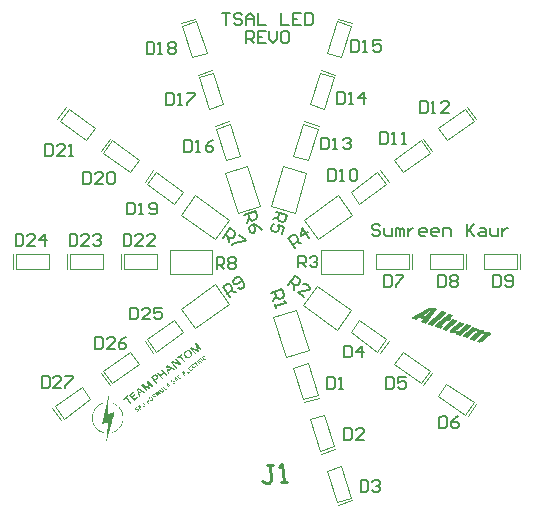
<source format=gto>
G04 Layer_Color=65535*
%FSLAX25Y25*%
%MOIN*%
G70*
G01*
G75*
%ADD26C,0.01000*%
%ADD29C,0.00394*%
%ADD30C,0.00591*%
G36*
X402784Y237554D02*
X401723Y236740D01*
X402137Y236200D01*
X403152Y236979D01*
X403419Y236632D01*
X402394Y235846D01*
X402823Y235288D01*
X403911Y236123D01*
X404171Y235784D01*
X402698Y234654D01*
X401070Y236776D01*
X402524Y237893D01*
X402784Y237554D01*
D02*
G37*
G36*
X409545Y237001D02*
X409577Y236997D01*
X409632Y236981D01*
X409695Y236957D01*
X409711Y236955D01*
X409748Y236925D01*
X409793Y236886D01*
X409844Y236838D01*
X409851Y236829D01*
X409858Y236820D01*
X409891Y236758D01*
X409929Y236671D01*
X409941Y236579D01*
X409939Y236563D01*
X409931Y236498D01*
X409911Y236410D01*
X409866Y236317D01*
X410556Y236004D01*
X410337Y235836D01*
X409697Y236159D01*
X409459Y235976D01*
X409852Y235464D01*
X409669Y235324D01*
X408750Y236522D01*
X408759Y236529D01*
X409225Y236887D01*
X409235Y236894D01*
X409271Y236922D01*
X409315Y236941D01*
X409367Y236967D01*
X409377Y236974D01*
X409411Y236986D01*
X409462Y236996D01*
X409528Y237003D01*
X409545Y237001D01*
D02*
G37*
G36*
X401110Y236270D02*
X400497Y235799D01*
X401866Y234016D01*
X401472Y233714D01*
X400104Y235497D01*
X399491Y235027D01*
X399231Y235366D01*
X400850Y236608D01*
X401110Y236270D01*
D02*
G37*
G36*
X406452Y233494D02*
X406465Y233476D01*
X406494Y233439D01*
X406517Y233370D01*
X406541Y233301D01*
X406539Y233285D01*
X406558Y233242D01*
X406566Y233175D01*
X406555Y233094D01*
X406553Y233078D01*
X406539Y233038D01*
X406515Y232976D01*
X406481Y232906D01*
X406472Y232899D01*
X406442Y232862D01*
X406394Y232811D01*
X406337Y232753D01*
X406319Y232738D01*
X406283Y232710D01*
X406221Y232678D01*
X406152Y232654D01*
X406136Y232656D01*
X406092Y232637D01*
X406025Y232629D01*
X405951Y232631D01*
X405935Y232633D01*
X405880Y232648D01*
X405815Y232657D01*
X405745Y232691D01*
X405738Y232700D01*
X405701Y232729D01*
X405650Y232777D01*
X405592Y232834D01*
X404981Y233630D01*
X405164Y233770D01*
X405754Y233002D01*
X405760Y232993D01*
X405782Y232965D01*
X405856Y232906D01*
X405863Y232897D01*
X405895Y232893D01*
X405974Y232866D01*
X405990Y232864D01*
X406015Y232869D01*
X406089Y232868D01*
X406099Y232874D01*
X406117Y232889D01*
X406160Y232907D01*
X406197Y232936D01*
X406206Y232943D01*
X406234Y232964D01*
X406281Y233015D01*
X406291Y233022D01*
X406295Y233054D01*
X406322Y233133D01*
X406324Y233149D01*
X406319Y233174D01*
X406313Y233257D01*
X406306Y233266D01*
X406301Y233292D01*
X406283Y233335D01*
X406247Y233381D01*
X405658Y234150D01*
X405841Y234290D01*
X406452Y233494D01*
D02*
G37*
G36*
X407541Y235332D02*
X406955Y234883D01*
X407229Y234527D01*
X407732Y234913D01*
X407858Y234748D01*
X407355Y234362D01*
X407748Y233850D01*
X407565Y233709D01*
X406646Y234908D01*
X407414Y235497D01*
X407541Y235332D01*
D02*
G37*
G36*
X408445Y236085D02*
X408462Y236083D01*
X408478Y236081D01*
X408557Y236054D01*
X408580Y236043D01*
X408626Y236020D01*
X408649Y236009D01*
X408694Y235970D01*
X408701Y235961D01*
X408714Y235943D01*
X408743Y235906D01*
X408778Y235860D01*
X408785Y235851D01*
X408822Y235822D01*
X408864Y235767D01*
X408913Y235703D01*
X408927Y235684D01*
X408962Y235639D01*
X409004Y235584D01*
X409044Y235513D01*
X409051Y235504D01*
X409072Y235476D01*
X409101Y235440D01*
X409122Y235412D01*
X409129Y235403D01*
X409127Y235387D01*
X409153Y235334D01*
X409157Y235309D01*
X409167Y235258D01*
X409174Y235249D01*
X409172Y235233D01*
X409168Y235143D01*
X409166Y235127D01*
X409155Y235104D01*
X409142Y235006D01*
X409133Y234999D01*
X409129Y234967D01*
X409099Y234930D01*
X409067Y234877D01*
X409058Y234870D01*
X409038Y234839D01*
X409008Y234802D01*
X408954Y234760D01*
X408944Y234753D01*
X408908Y234725D01*
X408855Y234699D01*
X408802Y234673D01*
X408793Y234666D01*
X408759Y234654D01*
X408667Y234642D01*
X408650Y234644D01*
X408618Y234648D01*
X408528Y234651D01*
X408512Y234654D01*
X408489Y234665D01*
X408417Y234683D01*
X408401Y234685D01*
X408378Y234696D01*
X408371Y234705D01*
X408348Y234716D01*
X408341Y234726D01*
X408317Y234737D01*
X408310Y234746D01*
X408280Y234766D01*
X408273Y234776D01*
X408259Y234794D01*
X408238Y234821D01*
X408194Y234860D01*
X408187Y234869D01*
X408152Y234915D01*
X408110Y234970D01*
X408053Y235043D01*
X408046Y235052D01*
X408039Y235061D01*
X408011Y235098D01*
X407969Y235153D01*
X407927Y235208D01*
X407920Y235217D01*
X407901Y235260D01*
X407880Y235288D01*
X407852Y235324D01*
X407845Y235334D01*
X407847Y235350D01*
X407821Y235402D01*
X407814Y235412D01*
X407816Y235428D01*
X407806Y235478D01*
X407799Y235488D01*
X407804Y235520D01*
X407805Y235594D01*
X407807Y235610D01*
X407811Y235642D01*
X407831Y235730D01*
X407833Y235746D01*
X407845Y235769D01*
X407867Y235816D01*
X407897Y235853D01*
X407906Y235860D01*
X407935Y235897D01*
X407965Y235934D01*
X408020Y235977D01*
X408029Y235984D01*
X408066Y236012D01*
X408109Y236031D01*
X408162Y236057D01*
X408171Y236064D01*
X408206Y236075D01*
X408249Y236094D01*
X408307Y236095D01*
X408323Y236093D01*
X408348Y236098D01*
X408445Y236085D01*
D02*
G37*
G36*
X413350Y238424D02*
X413945Y238881D01*
X414078Y238707D01*
X413310Y238117D01*
X412390Y239316D01*
X412564Y239449D01*
X413350Y238424D01*
D02*
G37*
G36*
X409092Y239561D02*
X408726Y239280D01*
X407596Y240753D01*
X408150Y238838D01*
X407811Y238578D01*
X406096Y239601D01*
X407226Y238129D01*
X406860Y237848D01*
X405232Y239970D01*
X405643Y240286D01*
X407592Y239224D01*
X407070Y241381D01*
X407464Y241683D01*
X409092Y239561D01*
D02*
G37*
G36*
X412681Y238274D02*
X412695Y238256D01*
X412723Y238219D01*
X412747Y238150D01*
X412771Y238081D01*
X412768Y238065D01*
X412787Y238021D01*
X412795Y237955D01*
X412784Y237874D01*
X412782Y237858D01*
X412769Y237818D01*
X412744Y237756D01*
X412710Y237686D01*
X412701Y237679D01*
X412672Y237642D01*
X412624Y237591D01*
X412567Y237532D01*
X412548Y237519D01*
X412512Y237490D01*
X412450Y237457D01*
X412381Y237434D01*
X412365Y237436D01*
X412321Y237417D01*
X412254Y237409D01*
X412181Y237411D01*
X412164Y237413D01*
X412109Y237428D01*
X412044Y237437D01*
X411975Y237471D01*
X411968Y237480D01*
X411931Y237509D01*
X411879Y237557D01*
X411821Y237614D01*
X411210Y238410D01*
X411393Y238550D01*
X411983Y237782D01*
X411990Y237773D01*
X412011Y237745D01*
X412085Y237686D01*
X412092Y237677D01*
X412125Y237673D01*
X412203Y237646D01*
X412220Y237644D01*
X412245Y237649D01*
X412319Y237647D01*
X412328Y237654D01*
X412346Y237668D01*
X412390Y237687D01*
X412426Y237716D01*
X412435Y237722D01*
X412463Y237743D01*
X412520Y237802D01*
X412529Y237809D01*
X412533Y237841D01*
X412551Y237913D01*
X412553Y237929D01*
X412548Y237954D01*
X412543Y238037D01*
X412536Y238047D01*
X412531Y238072D01*
X412512Y238115D01*
X412477Y238161D01*
X411887Y238930D01*
X412070Y239070D01*
X412681Y238274D01*
D02*
G37*
G36*
X411819Y236973D02*
X411636Y236833D01*
X411060Y237583D01*
X411051Y237576D01*
X411246Y236810D01*
X411091Y236691D01*
X410402Y237077D01*
X410393Y237070D01*
X410968Y236320D01*
X410785Y236180D01*
X409866Y237378D01*
X410039Y237512D01*
X410984Y237001D01*
X410725Y238038D01*
X410899Y238171D01*
X411819Y236973D01*
D02*
G37*
G36*
X406604Y237651D02*
X406174Y237321D01*
X405494Y237715D01*
X404790Y237175D01*
X404658Y237612D01*
X405088Y237942D01*
X404141Y238494D01*
X404756Y236234D01*
X404354Y235925D01*
X403631Y238742D01*
X404052Y239065D01*
X406604Y237651D01*
D02*
G37*
G36*
X403803Y232305D02*
X403787Y232307D01*
X403736Y232297D01*
X403677Y232280D01*
X403608Y232257D01*
X403592Y232259D01*
X403548Y232240D01*
X403486Y232207D01*
X403424Y232174D01*
X403415Y232167D01*
X403406Y232160D01*
X403365Y232100D01*
X403356Y232092D01*
X403354Y232076D01*
X403322Y232023D01*
X403311Y232000D01*
X403318Y231933D01*
X403326Y231924D01*
X403323Y231908D01*
X403356Y231846D01*
X403370Y231827D01*
X403407Y231798D01*
X403424Y231796D01*
X403479Y231780D01*
X403495Y231778D01*
X403553Y231779D01*
X403562Y231786D01*
X403587Y231791D01*
X403649Y231824D01*
X403659Y231831D01*
X403675Y231828D01*
X403718Y231847D01*
X403727Y231854D01*
X403746Y231869D01*
X403801Y231911D01*
X403819Y231925D01*
X403853Y231937D01*
X403915Y231969D01*
X403982Y231977D01*
X403998Y231975D01*
X404033Y231987D01*
X404090Y231988D01*
X404139Y231981D01*
X404155Y231979D01*
X404194Y231966D01*
X404241Y231943D01*
X404287Y231921D01*
X404294Y231911D01*
X404324Y231891D01*
X404362Y231861D01*
X404397Y231816D01*
X404404Y231806D01*
X404418Y231788D01*
X404437Y231745D01*
X404456Y231701D01*
X404482Y231591D01*
X404490Y231524D01*
X404481Y231459D01*
X404470Y231436D01*
X404457Y231397D01*
X404436Y231366D01*
X404404Y231313D01*
X404364Y231253D01*
X404316Y231201D01*
X404243Y231145D01*
X404234Y231138D01*
X404215Y231124D01*
X404197Y231110D01*
X404153Y231091D01*
X404064Y231037D01*
X403958Y230985D01*
X403949Y230978D01*
X403933Y230980D01*
X403866Y230973D01*
X403765Y230953D01*
X403650Y230952D01*
X403673Y231187D01*
X403689Y231185D01*
X403746Y231186D01*
X403813Y231193D01*
X403889Y231208D01*
X403907Y231222D01*
X403951Y231241D01*
X404022Y231281D01*
X404102Y231328D01*
X404111Y231335D01*
X404121Y231342D01*
X404159Y231386D01*
X404216Y231445D01*
X404248Y231498D01*
X404250Y231514D01*
X404256Y231563D01*
X404247Y231613D01*
X404214Y231675D01*
X404207Y231684D01*
X404177Y231705D01*
X404139Y231734D01*
X404091Y231741D01*
X404075Y231743D01*
X404042Y231747D01*
X403992Y231737D01*
X403932Y231721D01*
X403923Y231714D01*
X403904Y231700D01*
X403850Y231658D01*
X403840Y231650D01*
X403815Y231646D01*
X403753Y231613D01*
X403744Y231606D01*
X403700Y231587D01*
X403648Y231561D01*
X403588Y231544D01*
X403572Y231546D01*
X403530Y231543D01*
X403424Y231549D01*
X403408Y231551D01*
X403385Y231562D01*
X403329Y231578D01*
X403283Y231600D01*
X403276Y231610D01*
X403246Y231630D01*
X403208Y231660D01*
X403173Y231705D01*
X403159Y231724D01*
X403138Y231751D01*
X403105Y231813D01*
X403089Y231873D01*
X403091Y231889D01*
X403079Y231923D01*
X403078Y231981D01*
X403087Y232046D01*
X403089Y232062D01*
X403102Y232101D01*
X403125Y232148D01*
X403156Y232201D01*
X403159Y232217D01*
X403188Y232254D01*
X403236Y232306D01*
X403300Y232355D01*
X403309Y232362D01*
X403318Y232369D01*
X403373Y232411D01*
X403451Y232442D01*
X403538Y232480D01*
X403548Y232487D01*
X403564Y232485D01*
X403617Y232510D01*
X403692Y232525D01*
X403785Y232538D01*
X403803Y232305D01*
D02*
G37*
G36*
X507169Y263990D02*
X502054Y259771D01*
X500468Y260348D01*
X505531Y264525D01*
X505686Y264529D01*
X507169Y263990D01*
D02*
G37*
G36*
X509325Y263143D02*
X508146Y262194D01*
X508768Y261967D01*
X507830Y261175D01*
X507208Y261401D01*
X505461Y259971D01*
X505407Y259923D01*
X505373Y259880D01*
X505348Y259847D01*
X505331Y259816D01*
X505323Y259794D01*
X505317Y259778D01*
X505321Y259771D01*
X505319Y259765D01*
X505333Y259736D01*
X505361Y259713D01*
X505390Y259690D01*
X505431Y259669D01*
X505467Y259650D01*
X505494Y259640D01*
X505521Y259630D01*
X505527Y259629D01*
X505808Y259526D01*
X504876Y258750D01*
X504774Y258774D01*
X504680Y258803D01*
X504592Y258829D01*
X504520Y258849D01*
X504460Y258871D01*
X504409Y258883D01*
X504382Y258893D01*
X504371Y258897D01*
X504288Y258921D01*
X504213Y258948D01*
X504142Y258974D01*
X504081Y258990D01*
X504032Y259008D01*
X503989Y259024D01*
X503967Y259032D01*
X503956Y259035D01*
X503832Y259081D01*
X503720Y259128D01*
X503624Y259168D01*
X503547Y259209D01*
X503479Y259240D01*
X503434Y259268D01*
X503409Y259284D01*
X503398Y259288D01*
X503330Y259337D01*
X503273Y259382D01*
X503224Y259431D01*
X503188Y259468D01*
X503160Y259509D01*
X503144Y259533D01*
X503132Y259550D01*
X503128Y259557D01*
X503106Y259614D01*
X503102Y259671D01*
X503111Y259729D01*
X503124Y259780D01*
X503141Y259828D01*
X503161Y259864D01*
X503176Y259890D01*
X503180Y259900D01*
X503238Y259977D01*
X503302Y260052D01*
X503370Y260119D01*
X503435Y260181D01*
X503499Y260238D01*
X503549Y260275D01*
X503568Y260293D01*
X503584Y260305D01*
X503592Y260308D01*
X503594Y260314D01*
X507687Y263678D01*
X507837Y263685D01*
X509325Y263143D01*
D02*
G37*
G36*
X510809Y261224D02*
X506904Y258006D01*
X505323Y258581D01*
X509212Y261806D01*
X510809Y261224D01*
D02*
G37*
G36*
X517542Y258774D02*
X517192Y258480D01*
X518741Y258429D01*
X518789Y258442D01*
X518922Y258388D01*
X518980Y258361D01*
X519032Y258336D01*
X519071Y258309D01*
X519107Y258290D01*
X519127Y258277D01*
X519132Y258275D01*
X519186Y258237D01*
X519234Y258201D01*
X519275Y258161D01*
X519307Y258131D01*
X519328Y258105D01*
X519344Y258081D01*
X519352Y258072D01*
X519356Y258064D01*
X519380Y258013D01*
X519393Y257965D01*
X519403Y257925D01*
X519411Y257879D01*
X519412Y257848D01*
X519413Y257817D01*
X519412Y257799D01*
X519411Y257793D01*
X519404Y257741D01*
X519393Y257695D01*
X519379Y257658D01*
X519360Y257622D01*
X519348Y257589D01*
X519335Y257569D01*
X519324Y257555D01*
X519322Y257550D01*
X519392Y257592D01*
X519459Y257623D01*
X519530Y257651D01*
X519595Y257677D01*
X519656Y257692D01*
X519703Y257705D01*
X519731Y257714D01*
X519744Y257715D01*
X519835Y257731D01*
X519919Y257743D01*
X519996Y257752D01*
X520065Y257757D01*
X520120Y257756D01*
X520158Y257760D01*
X520190Y257761D01*
X520195Y257759D01*
X520286Y257757D01*
X520377Y257754D01*
X520453Y257745D01*
X520519Y257739D01*
X520577Y257730D01*
X520619Y257728D01*
X520642Y257725D01*
X520653Y257721D01*
X520802Y257692D01*
X520868Y257673D01*
X520930Y257657D01*
X520975Y257647D01*
X521013Y257633D01*
X521040Y257623D01*
X521046Y257621D01*
X521143Y257586D01*
X521226Y257543D01*
X521300Y257510D01*
X521366Y257474D01*
X521416Y257443D01*
X521456Y257417D01*
X521475Y257403D01*
X521484Y257394D01*
X521547Y257347D01*
X521602Y257296D01*
X521646Y257249D01*
X521679Y257207D01*
X521702Y257168D01*
X521721Y257136D01*
X521734Y257119D01*
X521737Y257112D01*
X521755Y257044D01*
X521753Y256971D01*
X521742Y256908D01*
X521726Y256846D01*
X521706Y256792D01*
X521691Y256749D01*
X521675Y256724D01*
X521673Y256718D01*
X521671Y256713D01*
X521616Y256629D01*
X521550Y256549D01*
X521472Y256467D01*
X521400Y256389D01*
X521327Y256323D01*
X521273Y256276D01*
X521247Y256254D01*
X521236Y256240D01*
X521221Y256233D01*
X521219Y256228D01*
X519059Y254452D01*
X518934Y254362D01*
X518805Y254293D01*
X518672Y254231D01*
X518547Y254191D01*
X518436Y254157D01*
X518394Y254142D01*
X518354Y254132D01*
X518321Y254126D01*
X518295Y254123D01*
X518281Y254116D01*
X518275Y254118D01*
X518109Y254099D01*
X517954Y254094D01*
X517815Y254101D01*
X517692Y254116D01*
X517639Y254123D01*
X517589Y254135D01*
X517549Y254143D01*
X517516Y254155D01*
X517487Y254160D01*
X517466Y254168D01*
X517455Y254171D01*
X517449Y254173D01*
X516735Y254433D01*
X519287Y256545D01*
X519365Y256608D01*
X519421Y256661D01*
X519463Y256708D01*
X519489Y256747D01*
X519507Y256778D01*
X519517Y256805D01*
X519515Y256817D01*
X519517Y256823D01*
X519513Y256861D01*
X519493Y256893D01*
X519463Y256928D01*
X519429Y256953D01*
X519393Y256972D01*
X519368Y256987D01*
X519347Y256995D01*
X519336Y256999D01*
X519264Y257019D01*
X519189Y257034D01*
X519124Y257039D01*
X519062Y257037D01*
X519005Y257034D01*
X518967Y257029D01*
X518941Y257026D01*
X518934Y257023D01*
X518864Y256999D01*
X518794Y256976D01*
X518728Y256945D01*
X518674Y256915D01*
X518626Y256884D01*
X518587Y256861D01*
X518563Y256845D01*
X518555Y256842D01*
X515972Y254711D01*
X514386Y255288D01*
X516931Y257396D01*
X517009Y257460D01*
X517067Y257518D01*
X517108Y257565D01*
X517135Y257604D01*
X517152Y257634D01*
X517162Y257662D01*
X517161Y257674D01*
X517163Y257680D01*
X517158Y257718D01*
X517134Y257752D01*
X517109Y257785D01*
X517075Y257810D01*
X517044Y257827D01*
X517014Y257844D01*
X516992Y257852D01*
X516987Y257854D01*
X516915Y257874D01*
X516846Y257887D01*
X516780Y257892D01*
X516718Y257891D01*
X516667Y257885D01*
X516629Y257880D01*
X516603Y257877D01*
X516596Y257874D01*
X516520Y257852D01*
X516448Y257823D01*
X516380Y257787D01*
X516317Y257748D01*
X516261Y257714D01*
X516221Y257685D01*
X516194Y257664D01*
X516185Y257656D01*
X513633Y255562D01*
X512042Y256141D01*
X515935Y259359D01*
X517542Y258774D01*
D02*
G37*
G36*
X512968Y260438D02*
X510435Y258345D01*
X510355Y258276D01*
X510295Y258212D01*
X510246Y258162D01*
X510218Y258117D01*
X510198Y258081D01*
X510190Y258060D01*
X510184Y258044D01*
X510183Y258038D01*
X510187Y258000D01*
X510206Y257968D01*
X510231Y257935D01*
X510259Y257912D01*
X510295Y257893D01*
X510320Y257878D01*
X510342Y257870D01*
X510347Y257868D01*
X510425Y257846D01*
X510494Y257833D01*
X510559Y257827D01*
X510621Y257829D01*
X510676Y257828D01*
X510714Y257832D01*
X510740Y257835D01*
X510747Y257839D01*
X510823Y257860D01*
X510896Y257895D01*
X510965Y257931D01*
X511030Y257975D01*
X511086Y258010D01*
X511126Y258038D01*
X511153Y258059D01*
X511162Y258068D01*
X513721Y260164D01*
X515307Y259587D01*
X511407Y256366D01*
X509826Y256942D01*
X510184Y257236D01*
X510043Y257200D01*
X509898Y257173D01*
X509768Y257153D01*
X509659Y257138D01*
X509615Y257135D01*
X509576Y257131D01*
X509545Y257130D01*
X509520Y257127D01*
X509507Y257125D01*
X509502Y257127D01*
X509343Y257130D01*
X509189Y257143D01*
X509044Y257165D01*
X508919Y257192D01*
X508860Y257201D01*
X508806Y257221D01*
X508761Y257231D01*
X508721Y257240D01*
X508694Y257250D01*
X508673Y257258D01*
X508656Y257263D01*
X508651Y257265D01*
X508553Y257301D01*
X508469Y257338D01*
X508392Y257378D01*
X508330Y257413D01*
X508280Y257443D01*
X508244Y257462D01*
X508227Y257481D01*
X508216Y257485D01*
X508159Y257530D01*
X508109Y257579D01*
X508072Y257629D01*
X508044Y257670D01*
X508021Y257709D01*
X508006Y257733D01*
X507996Y257755D01*
X507992Y257763D01*
X507972Y257825D01*
X507967Y257895D01*
X507972Y257960D01*
X507981Y258018D01*
X508001Y258072D01*
X508014Y258110D01*
X508030Y258135D01*
X508034Y258146D01*
X508089Y258230D01*
X508155Y258310D01*
X508228Y258394D01*
X508303Y258465D01*
X508370Y258532D01*
X508426Y258585D01*
X508450Y258601D01*
X508462Y258615D01*
X508476Y258622D01*
X508478Y258628D01*
X511331Y260973D01*
X511480Y260980D01*
X512968Y260438D01*
D02*
G37*
G36*
X502171Y265668D02*
X502226Y265666D01*
X502251Y265669D01*
X502268Y265663D01*
X502275Y265667D01*
X502281Y265665D01*
X502399Y265652D01*
X502500Y265628D01*
X502596Y265605D01*
X502672Y265578D01*
X502731Y265556D01*
X502778Y265533D01*
X502803Y265517D01*
X502814Y265513D01*
X502969Y265518D01*
X503851Y265197D01*
X500268Y260421D01*
X498438Y261087D01*
X499134Y261870D01*
X497948Y262301D01*
X496903Y261652D01*
X495099Y262302D01*
X500377Y265236D01*
X500497Y265296D01*
X500614Y265346D01*
X500717Y265394D01*
X500814Y265426D01*
X500894Y265458D01*
X500956Y265479D01*
X500996Y265488D01*
X501011Y265495D01*
X501134Y265530D01*
X501250Y265562D01*
X501358Y265590D01*
X501457Y265609D01*
X501543Y265627D01*
X501602Y265636D01*
X501627Y265639D01*
X501648Y265644D01*
X501655Y265647D01*
X501660Y265645D01*
X501781Y265656D01*
X501894Y265664D01*
X502000Y265669D01*
X502093Y265672D01*
X502171Y265668D01*
D02*
G37*
G36*
X404906Y233311D02*
X404321Y232862D01*
X404594Y232505D01*
X405097Y232891D01*
X405224Y232727D01*
X404721Y232340D01*
X405114Y231828D01*
X404931Y231688D01*
X404011Y232886D01*
X404780Y233476D01*
X404906Y233311D01*
D02*
G37*
G36*
X426557Y251233D02*
X401219Y231790D01*
X401079Y231973D01*
X426417Y251416D01*
X426557Y251233D01*
D02*
G37*
G36*
X395079Y234185D02*
X395102Y234174D01*
X395151Y234168D01*
X395206Y234152D01*
X395287Y234142D01*
X395373Y234106D01*
X395588Y234053D01*
X395831Y233963D01*
X396105Y233853D01*
X396392Y233725D01*
X396684Y233571D01*
X396691Y233562D01*
X396714Y233551D01*
X396761Y233528D01*
X396814Y233496D01*
X396882Y233447D01*
X396949Y233397D01*
X397040Y233335D01*
X397137Y233265D01*
X397346Y233106D01*
X397568Y232912D01*
X397801Y232684D01*
X398025Y232449D01*
X398032Y232440D01*
X398046Y232421D01*
X398081Y232376D01*
X398116Y232330D01*
X398165Y232266D01*
X398221Y232193D01*
X398291Y232101D01*
X398353Y232003D01*
X398496Y231779D01*
X398651Y231520D01*
X398795Y231238D01*
X398927Y230932D01*
X398934Y230923D01*
X398939Y230898D01*
X398958Y230854D01*
X398982Y230785D01*
X399006Y230716D01*
X399034Y230622D01*
X399087Y230401D01*
X399160Y230137D01*
X399211Y229842D01*
X399261Y229532D01*
X399283Y229200D01*
X399290Y229190D01*
X399286Y229158D01*
X399279Y229110D01*
X399287Y229043D01*
X399285Y228969D01*
X399272Y228872D01*
X399268Y228651D01*
X399241Y228383D01*
X399194Y228085D01*
X399128Y227773D01*
X399044Y227447D01*
X399035Y227440D01*
X399030Y227407D01*
X399017Y227368D01*
X398992Y227305D01*
X398966Y227227D01*
X398930Y227141D01*
X398891Y227039D01*
X398837Y226939D01*
X398722Y226691D01*
X398580Y226422D01*
X398414Y226164D01*
X398221Y225886D01*
X398212Y225879D01*
X398183Y225841D01*
X398142Y225781D01*
X398083Y225707D01*
X398014Y225625D01*
X397937Y225536D01*
X397764Y225345D01*
X397755Y225339D01*
X397725Y225301D01*
X397670Y225259D01*
X397604Y225194D01*
X397529Y225121D01*
X397437Y225051D01*
X397234Y224881D01*
X397216Y224867D01*
X397161Y224825D01*
X397072Y224771D01*
X396971Y224693D01*
X396836Y224604D01*
X396685Y224517D01*
X396524Y224423D01*
X396348Y224331D01*
X396329Y224317D01*
X396269Y224301D01*
X396173Y224256D01*
X396051Y224206D01*
X395904Y224151D01*
X395739Y224082D01*
X395371Y223975D01*
X395311Y224205D01*
X395320Y224212D01*
X395346Y224217D01*
X395396Y224226D01*
X395456Y224243D01*
X395534Y224274D01*
X395619Y224296D01*
X395723Y224331D01*
X395828Y224383D01*
X396062Y224476D01*
X396333Y224596D01*
X396599Y224742D01*
X396867Y224904D01*
X396876Y224911D01*
X396895Y224925D01*
X396931Y224954D01*
X396986Y224996D01*
X397041Y225038D01*
X397114Y225094D01*
X397196Y225157D01*
X397279Y225220D01*
X397466Y225393D01*
X397664Y225589D01*
X397865Y225801D01*
X398061Y226038D01*
X398070Y226045D01*
X398081Y226068D01*
X398111Y226106D01*
X398142Y226159D01*
X398183Y226220D01*
X398226Y226296D01*
X398340Y226470D01*
X398459Y226693D01*
X398583Y226948D01*
X398700Y227212D01*
X398805Y227511D01*
X398808Y227527D01*
X398819Y227550D01*
X398832Y227590D01*
X398848Y227645D01*
X398895Y227812D01*
X398938Y228020D01*
X398979Y228269D01*
X399018Y228560D01*
X399042Y228870D01*
X399043Y229190D01*
X399045Y229206D01*
X399040Y229232D01*
X399038Y229273D01*
X399030Y229340D01*
X399024Y229423D01*
X399019Y229506D01*
X398991Y229731D01*
X398951Y229992D01*
X398888Y230263D01*
X398804Y230562D01*
X398704Y230863D01*
X398697Y230872D01*
X398692Y230897D01*
X398673Y230941D01*
X398647Y230994D01*
X398617Y231072D01*
X398576Y231143D01*
X398532Y231239D01*
X398487Y231336D01*
X398360Y231558D01*
X398219Y231799D01*
X398045Y232043D01*
X397863Y232281D01*
X397856Y232290D01*
X397842Y232309D01*
X397814Y232345D01*
X397769Y232384D01*
X397720Y232448D01*
X397662Y232505D01*
X397590Y232580D01*
X397508Y232648D01*
X397324Y232813D01*
X397110Y232997D01*
X396871Y233177D01*
X396606Y233351D01*
X396599Y233360D01*
X396576Y233372D01*
X396529Y233394D01*
X396476Y233426D01*
X396406Y233460D01*
X396330Y233503D01*
X396135Y233586D01*
X395901Y233682D01*
X395635Y233783D01*
X395334Y233872D01*
X395015Y233947D01*
X395063Y234188D01*
X395079Y234185D01*
D02*
G37*
G36*
X394354Y236608D02*
X394384Y236588D01*
X394400Y236585D01*
X394407Y236576D01*
X394414Y236567D01*
X394403Y236544D01*
X394396Y236496D01*
X394397Y236438D01*
X394385Y236283D01*
X394373Y236071D01*
X394351Y235836D01*
X394331Y235559D01*
X394318Y235272D01*
X394293Y234963D01*
X394291Y234947D01*
X394289Y234931D01*
X394283Y234882D01*
X394284Y234825D01*
X394271Y234670D01*
X394260Y234458D01*
X394228Y234215D01*
X394217Y233945D01*
X394195Y233652D01*
X394171Y233343D01*
X394178Y233334D01*
X394166Y233311D01*
X394160Y233262D01*
X394161Y233204D01*
X394148Y233050D01*
X394137Y232838D01*
X394114Y232602D01*
X394094Y232325D01*
X394072Y232032D01*
X394048Y231723D01*
X394046Y231707D01*
X394043Y231690D01*
X394037Y231642D01*
X394038Y231584D01*
X394033Y231420D01*
X394014Y231217D01*
X393989Y230966D01*
X393969Y230689D01*
X393947Y230396D01*
X393923Y230086D01*
X393932Y230093D01*
X393957Y230098D01*
X393985Y230119D01*
X394035Y230129D01*
X394157Y230179D01*
X394306Y230250D01*
X394497Y230323D01*
X394696Y230404D01*
X394915Y230498D01*
X395149Y230591D01*
X395158Y230598D01*
X395183Y230603D01*
X395201Y230617D01*
X395254Y230643D01*
X395367Y230685D01*
X395532Y230754D01*
X395716Y230837D01*
X395915Y230918D01*
X396143Y231019D01*
X396377Y231112D01*
X396375Y231096D01*
X396359Y231040D01*
X396334Y230978D01*
X396317Y230906D01*
X396315Y230890D01*
X396301Y230850D01*
X396286Y230795D01*
X396277Y230730D01*
X396275Y230714D01*
X396262Y230675D01*
X396246Y230619D01*
X396226Y230531D01*
X396195Y230420D01*
X396155Y230302D01*
X396120Y230159D01*
X396075Y230008D01*
X395971Y229652D01*
X395869Y229254D01*
X395740Y228836D01*
X395625Y228398D01*
X395623Y228382D01*
X395609Y228343D01*
X395594Y228287D01*
X395574Y228200D01*
X395543Y228088D01*
X395503Y227970D01*
X395467Y227827D01*
X395423Y227677D01*
X395328Y227327D01*
X395226Y226930D01*
X395097Y226511D01*
X394982Y226074D01*
X394980Y226058D01*
X394966Y226018D01*
X394951Y225963D01*
X394931Y225875D01*
X394900Y225764D01*
X394860Y225646D01*
X394824Y225502D01*
X394780Y225352D01*
X394675Y224996D01*
X394573Y224598D01*
X394454Y224186D01*
X394338Y223749D01*
X394336Y223733D01*
X394323Y223693D01*
X394307Y223638D01*
X394287Y223550D01*
X394256Y223439D01*
X394216Y223321D01*
X394181Y223178D01*
X394137Y223027D01*
X394032Y222671D01*
X393930Y222273D01*
X393801Y221854D01*
X393686Y221417D01*
X393684Y221401D01*
X393680Y221369D01*
X393664Y221313D01*
X393647Y221241D01*
X393644Y221225D01*
X393633Y221202D01*
X393613Y221172D01*
X393597Y221174D01*
X393580Y221176D01*
X393573Y221185D01*
X393543Y221206D01*
X393531Y221240D01*
X393540Y221305D01*
X393542Y221321D01*
X393555Y221360D01*
X393578Y221407D01*
X393584Y221455D01*
X393588Y221487D01*
X393599Y221568D01*
X393607Y221691D01*
X393621Y221862D01*
X393647Y222056D01*
X393667Y222275D01*
X393690Y222510D01*
X393706Y222755D01*
X393710Y222787D01*
X393721Y222868D01*
X393729Y222990D01*
X393743Y223161D01*
X393759Y223348D01*
X393780Y223568D01*
X393826Y224038D01*
X393830Y224071D01*
X393841Y224152D01*
X393848Y224274D01*
X393863Y224445D01*
X393888Y224639D01*
X393909Y224858D01*
X393954Y225329D01*
X393959Y225361D01*
X393969Y225442D01*
X393977Y225565D01*
X393991Y225735D01*
X394008Y225922D01*
X394028Y226142D01*
X394074Y226612D01*
X394076Y226629D01*
X394080Y226661D01*
X394087Y226710D01*
X394086Y226767D01*
X394107Y226929D01*
X394131Y227107D01*
X394133Y227123D01*
X394137Y227155D01*
X394144Y227204D01*
X394143Y227261D01*
X394150Y227441D01*
X394150Y227630D01*
X394125Y227625D01*
X394056Y227602D01*
X393953Y227566D01*
X393815Y227518D01*
X393661Y227473D01*
X393479Y227406D01*
X393298Y227340D01*
X393100Y227275D01*
X393075Y227270D01*
X393006Y227246D01*
X392912Y227218D01*
X392774Y227170D01*
X392618Y227109D01*
X392446Y227049D01*
X392248Y226985D01*
X392050Y226920D01*
X392053Y226936D01*
X392066Y226976D01*
X392074Y227040D01*
X392103Y227135D01*
X392125Y227239D01*
X392159Y227366D01*
X392196Y227526D01*
X392233Y227685D01*
X392324Y228060D01*
X392419Y228467D01*
X392527Y228913D01*
X392635Y229359D01*
X392637Y229376D01*
X392650Y229415D01*
X392659Y229480D01*
X392678Y229568D01*
X392710Y229679D01*
X392743Y229806D01*
X392778Y229949D01*
X392809Y230118D01*
X392906Y230483D01*
X393001Y230890D01*
X393100Y231329D01*
X393208Y231776D01*
X393210Y231792D01*
X393223Y231831D01*
X393232Y231896D01*
X393252Y231984D01*
X393283Y232095D01*
X393316Y232222D01*
X393344Y232374D01*
X393382Y232534D01*
X393472Y232909D01*
X393567Y233315D01*
X393666Y233755D01*
X393774Y234201D01*
X393776Y234217D01*
X393789Y234257D01*
X393798Y234321D01*
X393818Y234409D01*
X393849Y234520D01*
X393882Y234647D01*
X393917Y234791D01*
X393948Y234959D01*
X394036Y235318D01*
X394140Y235732D01*
X394239Y236171D01*
X394347Y236617D01*
X394354Y236608D01*
D02*
G37*
G36*
X392634Y233850D02*
X392625Y233842D01*
X392599Y233838D01*
X392549Y233828D01*
X392496Y233802D01*
X392427Y233778D01*
X392333Y233749D01*
X392246Y233712D01*
X392142Y233676D01*
X391906Y233567D01*
X391651Y233444D01*
X391402Y233296D01*
X391140Y233125D01*
X391131Y233118D01*
X391113Y233104D01*
X391076Y233076D01*
X391031Y233041D01*
X390967Y232992D01*
X390903Y232943D01*
X390827Y232870D01*
X390745Y232807D01*
X390558Y232634D01*
X390375Y232436D01*
X390175Y232224D01*
X389986Y231978D01*
X389977Y231971D01*
X389966Y231948D01*
X389936Y231910D01*
X389914Y231864D01*
X389873Y231803D01*
X389823Y231736D01*
X389716Y231553D01*
X389606Y231337D01*
X389484Y231098D01*
X389365Y230818D01*
X389262Y230535D01*
X389253Y230528D01*
X389248Y230496D01*
X389235Y230457D01*
X389219Y230401D01*
X389182Y230242D01*
X389138Y230034D01*
X389097Y229784D01*
X389061Y229509D01*
X389046Y229207D01*
X389045Y228886D01*
X389052Y228877D01*
X389047Y228845D01*
X389050Y228803D01*
X389051Y228746D01*
X389056Y228663D01*
X389069Y228571D01*
X389099Y228361D01*
X389141Y228117D01*
X389194Y227839D01*
X389271Y227549D01*
X389365Y227257D01*
X389372Y227248D01*
X389377Y227223D01*
X389395Y227179D01*
X389422Y227126D01*
X389445Y227057D01*
X389485Y226986D01*
X389530Y226890D01*
X389575Y226794D01*
X389695Y226581D01*
X389836Y226340D01*
X389993Y226097D01*
X390176Y225859D01*
X390183Y225850D01*
X390197Y225832D01*
X390225Y225795D01*
X390269Y225757D01*
X390311Y225702D01*
X390376Y225636D01*
X390442Y225569D01*
X390523Y225501D01*
X390698Y225330D01*
X390912Y225146D01*
X391152Y224966D01*
X391400Y224794D01*
X391407Y224784D01*
X391431Y224773D01*
X391477Y224751D01*
X391523Y224728D01*
X391584Y224687D01*
X391660Y224644D01*
X391853Y224545D01*
X392087Y224448D01*
X392344Y224340D01*
X392619Y224247D01*
X392929Y224165D01*
X392881Y223924D01*
X392865Y223926D01*
X392842Y223938D01*
X392793Y223944D01*
X392731Y223969D01*
X392659Y223986D01*
X392564Y224015D01*
X392351Y224084D01*
X392108Y224174D01*
X391837Y224300D01*
X391559Y224435D01*
X391276Y224596D01*
X391269Y224605D01*
X391246Y224617D01*
X391208Y224646D01*
X391155Y224678D01*
X391088Y224728D01*
X391011Y224771D01*
X390930Y224839D01*
X390839Y224900D01*
X390639Y225066D01*
X390424Y225251D01*
X390198Y225470D01*
X389991Y225703D01*
X389984Y225712D01*
X389969Y225730D01*
X389941Y225767D01*
X389899Y225822D01*
X389857Y225877D01*
X389810Y225957D01*
X389747Y226039D01*
X389686Y226138D01*
X389550Y226353D01*
X389411Y226610D01*
X389274Y226883D01*
X389149Y227179D01*
X389142Y227188D01*
X389137Y227213D01*
X389118Y227257D01*
X389101Y227316D01*
X389070Y227395D01*
X389049Y227480D01*
X388986Y227694D01*
X388921Y227949D01*
X388877Y228234D01*
X388827Y228545D01*
X388805Y228877D01*
X388807Y228893D01*
X388802Y228918D01*
X388808Y228967D01*
X388801Y229034D01*
X388815Y229204D01*
X388829Y229433D01*
X388847Y229694D01*
X388894Y229992D01*
X388951Y230297D01*
X389033Y230607D01*
X389035Y230623D01*
X389046Y230646D01*
X389059Y230685D01*
X389084Y230748D01*
X389111Y230827D01*
X389138Y230905D01*
X389230Y231107D01*
X389336Y231348D01*
X389467Y231594D01*
X389616Y231854D01*
X389791Y232119D01*
X389800Y232126D01*
X389811Y232149D01*
X389841Y232186D01*
X389880Y232230D01*
X389930Y232298D01*
X389989Y232372D01*
X390055Y232437D01*
X390132Y232526D01*
X390305Y232717D01*
X390520Y232911D01*
X390753Y233119D01*
X391009Y233315D01*
X391018Y233322D01*
X391037Y233336D01*
X391073Y233364D01*
X391135Y233397D01*
X391199Y233446D01*
X391279Y233493D01*
X391369Y233547D01*
X391467Y233608D01*
X391697Y233726D01*
X391960Y233856D01*
X392254Y233965D01*
X392564Y234072D01*
X392634Y233850D01*
D02*
G37*
G36*
X422523Y246945D02*
X422539Y246943D01*
X422571Y246939D01*
X422627Y246923D01*
X422689Y246898D01*
X422705Y246896D01*
X422743Y246867D01*
X422796Y246835D01*
X422856Y246794D01*
X422664Y246647D01*
X422657Y246656D01*
X422641Y246658D01*
X422578Y246683D01*
X422572Y246692D01*
X422555Y246694D01*
X422484Y246712D01*
X422477Y246721D01*
X422451Y246716D01*
X422392Y246699D01*
X422382Y246692D01*
X422357Y246687D01*
X422295Y246654D01*
X422286Y246647D01*
X422284Y246631D01*
X422245Y246587D01*
X422227Y246573D01*
X422206Y246543D01*
X422195Y246519D01*
X422189Y246471D01*
X422187Y246455D01*
X422173Y246415D01*
X422171Y246399D01*
X422181Y246349D01*
X422186Y246323D01*
X422205Y246280D01*
X422212Y246270D01*
X422219Y246261D01*
X422231Y246227D01*
X422266Y246181D01*
X422273Y246172D01*
X422301Y246135D01*
X422336Y246090D01*
X422378Y246035D01*
X422392Y246017D01*
X422420Y245980D01*
X422455Y245934D01*
X422497Y245879D01*
X422504Y245870D01*
X422518Y245852D01*
X422577Y245795D01*
X422600Y245783D01*
X422637Y245754D01*
X422660Y245743D01*
X422700Y245729D01*
X422716Y245727D01*
X422764Y245721D01*
X422781Y245719D01*
X422824Y245738D01*
X422840Y245735D01*
X422891Y245745D01*
X422900Y245752D01*
X422909Y245759D01*
X422955Y245794D01*
X422964Y245801D01*
X422994Y245839D01*
X423023Y245876D01*
X423055Y245929D01*
X423057Y245945D01*
X423064Y245994D01*
X423072Y246059D01*
X423057Y246134D01*
X423249Y246282D01*
X423263Y246264D01*
X423282Y246220D01*
X423299Y246160D01*
X423314Y246084D01*
X423312Y246068D01*
X423315Y246027D01*
X423315Y245969D01*
X423298Y245897D01*
X423295Y245881D01*
X423275Y245851D01*
X423259Y245795D01*
X423218Y245735D01*
X423209Y245728D01*
X423189Y245698D01*
X423150Y245654D01*
X423095Y245611D01*
X423086Y245604D01*
X423050Y245576D01*
X422997Y245550D01*
X422944Y245524D01*
X422935Y245517D01*
X422900Y245505D01*
X422808Y245493D01*
X422792Y245495D01*
X422760Y245499D01*
X422670Y245503D01*
X422654Y245505D01*
X422631Y245516D01*
X422550Y245527D01*
X422543Y245536D01*
X422519Y245547D01*
X422512Y245557D01*
X422489Y245568D01*
X422473Y245570D01*
X422450Y245581D01*
X422443Y245590D01*
X422422Y245618D01*
X422415Y245627D01*
X422401Y245645D01*
X422371Y245666D01*
X422335Y245711D01*
X422329Y245721D01*
X422293Y245766D01*
X422251Y245821D01*
X422195Y245894D01*
X422188Y245903D01*
X422181Y245913D01*
X422153Y245949D01*
X422111Y246004D01*
X422069Y246059D01*
X422062Y246068D01*
X422034Y246105D01*
X422013Y246132D01*
X421994Y246176D01*
X421987Y246185D01*
X421989Y246201D01*
X421963Y246254D01*
X421956Y246263D01*
X421958Y246279D01*
X421939Y246323D01*
X421941Y246339D01*
X421936Y246364D01*
X421947Y246445D01*
X421949Y246461D01*
X421953Y246494D01*
X421973Y246582D01*
X421975Y246598D01*
X421986Y246621D01*
X422009Y246667D01*
X422039Y246704D01*
X422048Y246711D01*
X422077Y246749D01*
X422107Y246786D01*
X422162Y246828D01*
X422180Y246842D01*
X422217Y246870D01*
X422269Y246896D01*
X422338Y246920D01*
X422347Y246927D01*
X422398Y246937D01*
X422449Y246947D01*
X422523Y246945D01*
D02*
G37*
G36*
X418569Y246832D02*
X418166Y246523D01*
X415843Y247240D01*
X417050Y245667D01*
X416666Y245372D01*
X415038Y247495D01*
X415431Y247796D01*
X417742Y247114D01*
X416556Y248660D01*
X416940Y248955D01*
X418569Y246832D01*
D02*
G37*
G36*
X423642Y247702D02*
X423313Y247449D01*
X424113Y246407D01*
X423930Y246266D01*
X423130Y247309D01*
X422800Y247056D01*
X422681Y247212D01*
X423523Y247858D01*
X423642Y247702D01*
D02*
G37*
G36*
X421646Y246156D02*
X421060Y245707D01*
X421327Y245359D01*
X421830Y245745D01*
X421956Y245580D01*
X421453Y245194D01*
X421720Y244847D01*
X422305Y245296D01*
X422439Y245122D01*
X421670Y244533D01*
X420751Y245731D01*
X421519Y246321D01*
X421646Y246156D01*
D02*
G37*
G36*
X416410Y245176D02*
X415989Y244853D01*
X415300Y245240D01*
X414596Y244699D01*
X414473Y245143D01*
X414903Y245473D01*
X413947Y246018D01*
X414562Y243758D01*
X414160Y243449D01*
X413437Y246266D01*
X413858Y246589D01*
X416410Y245176D01*
D02*
G37*
G36*
X424519Y248491D02*
X424551Y248487D01*
X424607Y248471D01*
X424669Y248447D01*
X424685Y248445D01*
X424723Y248415D01*
X424767Y248376D01*
X424818Y248328D01*
X424825Y248319D01*
X424832Y248310D01*
X424865Y248248D01*
X424903Y248161D01*
X424916Y248069D01*
X424913Y248053D01*
X424914Y247995D01*
X424894Y247907D01*
X424849Y247815D01*
X425531Y247495D01*
X425320Y247333D01*
X424671Y247649D01*
X424442Y247473D01*
X424835Y246961D01*
X424652Y246821D01*
X423733Y248019D01*
X424199Y248377D01*
X424218Y248391D01*
X424245Y248412D01*
X424298Y248438D01*
X424351Y248464D01*
X424360Y248471D01*
X424394Y248483D01*
X424503Y248493D01*
X424519Y248491D01*
D02*
G37*
G36*
X426108Y249696D02*
X426124Y249694D01*
X426166Y249697D01*
X426222Y249681D01*
X426284Y249657D01*
X426300Y249655D01*
X426337Y249625D01*
X426391Y249593D01*
X426451Y249553D01*
X426250Y249398D01*
X426243Y249407D01*
X426227Y249410D01*
X426173Y249441D01*
X426166Y249450D01*
X426150Y249452D01*
X426079Y249470D01*
X426062Y249472D01*
X426046Y249474D01*
X425977Y249450D01*
X425968Y249444D01*
X425943Y249439D01*
X425881Y249406D01*
X425870Y249382D01*
X425840Y249345D01*
X425822Y249331D01*
X425792Y249294D01*
X425790Y249278D01*
X425784Y249229D01*
X425782Y249213D01*
X425768Y249174D01*
X425766Y249158D01*
X425767Y249100D01*
X425781Y249082D01*
X425800Y249038D01*
X425807Y249029D01*
X425805Y249013D01*
X425826Y248985D01*
X425852Y248933D01*
X425859Y248923D01*
X425887Y248887D01*
X425922Y248841D01*
X425964Y248786D01*
X425978Y248768D01*
X426006Y248731D01*
X426041Y248686D01*
X426083Y248631D01*
X426090Y248622D01*
X426113Y248610D01*
X426172Y248553D01*
X426186Y248535D01*
X426223Y248505D01*
X426246Y248494D01*
X426295Y248488D01*
X426311Y248486D01*
X426359Y248479D01*
X426375Y248477D01*
X426410Y248489D01*
X426419Y248496D01*
X426435Y248494D01*
X426486Y248504D01*
X426495Y248511D01*
X426504Y248518D01*
X426541Y248546D01*
X426559Y248560D01*
X426579Y248590D01*
X426618Y248634D01*
X426650Y248688D01*
X426652Y248704D01*
X426658Y248752D01*
X426658Y248810D01*
X426643Y248886D01*
X426844Y249040D01*
X426858Y249022D01*
X426868Y248971D01*
X426885Y248912D01*
X426900Y248836D01*
X426897Y248820D01*
X426900Y248778D01*
X426901Y248720D01*
X426892Y248656D01*
X426890Y248640D01*
X426870Y248609D01*
X426854Y248554D01*
X426813Y248494D01*
X426804Y248486D01*
X426775Y248449D01*
X426736Y248405D01*
X426681Y248363D01*
X426672Y248356D01*
X426645Y248335D01*
X426592Y248309D01*
X426539Y248283D01*
X426530Y248276D01*
X426495Y248264D01*
X426445Y248254D01*
X426394Y248244D01*
X426378Y248247D01*
X426346Y248251D01*
X426256Y248254D01*
X426249Y248264D01*
X426216Y248268D01*
X426145Y248286D01*
X426128Y248288D01*
X426105Y248299D01*
X426098Y248308D01*
X426084Y248326D01*
X426068Y248328D01*
X426045Y248340D01*
X426038Y248349D01*
X426017Y248376D01*
X426010Y248386D01*
X425987Y248397D01*
X425965Y248424D01*
X425921Y248463D01*
X425914Y248472D01*
X425879Y248518D01*
X425837Y248573D01*
X425781Y248646D01*
X425774Y248655D01*
X425767Y248664D01*
X425739Y248701D01*
X425697Y248756D01*
X425655Y248811D01*
X425647Y248820D01*
X425629Y248863D01*
X425608Y248891D01*
X425589Y248934D01*
X425582Y248943D01*
X425575Y248953D01*
X425549Y249005D01*
X425542Y249014D01*
X425544Y249031D01*
X425534Y249081D01*
X425536Y249097D01*
X425531Y249123D01*
X425533Y249197D01*
X425535Y249213D01*
X425539Y249245D01*
X425559Y249333D01*
X425561Y249349D01*
X425581Y249379D01*
X425604Y249426D01*
X425634Y249463D01*
X425643Y249470D01*
X425663Y249500D01*
X425702Y249544D01*
X425748Y249580D01*
X425766Y249593D01*
X425803Y249622D01*
X425855Y249647D01*
X425924Y249671D01*
X425933Y249678D01*
X425984Y249688D01*
X426035Y249698D01*
X426108Y249696D01*
D02*
G37*
G36*
X425265Y251970D02*
X424908Y251696D01*
X423778Y253169D01*
X424323Y251247D01*
X423993Y250995D01*
X422268Y252011D01*
X423399Y250538D01*
X423042Y250265D01*
X421414Y252387D01*
X421816Y252696D01*
X423774Y251640D01*
X423243Y253791D01*
X423636Y254092D01*
X425265Y251970D01*
D02*
G37*
G36*
X420970Y251639D02*
X420986Y251637D01*
X421058Y251620D01*
X421143Y251584D01*
X421261Y251543D01*
X421398Y251460D01*
X421549Y251358D01*
X421703Y251214D01*
X421860Y251029D01*
X421867Y251020D01*
X421881Y251001D01*
X421902Y250974D01*
X421923Y250946D01*
X421991Y250839D01*
X422055Y250699D01*
X422125Y250550D01*
X422185Y250377D01*
X422219Y250200D01*
X422212Y250020D01*
X422210Y250004D01*
X422194Y249949D01*
X422165Y249854D01*
X422118Y249745D01*
X422051Y249606D01*
X421941Y249464D01*
X421805Y249301D01*
X421629Y249151D01*
X421620Y249144D01*
X421611Y249137D01*
X421583Y249116D01*
X421547Y249088D01*
X421441Y249036D01*
X421308Y248963D01*
X421168Y248900D01*
X421005Y248847D01*
X420828Y248813D01*
X420648Y248820D01*
X420632Y248822D01*
X420560Y248840D01*
X420474Y248876D01*
X420356Y248916D01*
X420210Y248993D01*
X420059Y249095D01*
X419896Y249232D01*
X419737Y249400D01*
X419730Y249410D01*
X419716Y249428D01*
X419695Y249455D01*
X419667Y249492D01*
X419615Y249597D01*
X419542Y249730D01*
X419465Y249889D01*
X419412Y250052D01*
X419371Y250238D01*
X419378Y250418D01*
X419380Y250434D01*
X419398Y250506D01*
X419427Y250601D01*
X419474Y250710D01*
X419551Y250856D01*
X419660Y250998D01*
X419797Y251161D01*
X419972Y251310D01*
X419982Y251317D01*
X420000Y251331D01*
X420027Y251352D01*
X420064Y251380D01*
X420169Y251432D01*
X420302Y251505D01*
X420451Y251576D01*
X420622Y251619D01*
X420790Y251647D01*
X420970Y251639D01*
D02*
G37*
G36*
X419030Y250020D02*
X418426Y249557D01*
X419795Y247773D01*
X419401Y247471D01*
X418033Y249255D01*
X417420Y248784D01*
X417160Y249123D01*
X418770Y250358D01*
X419030Y250020D01*
D02*
G37*
G36*
X425951Y247817D02*
X425769Y247677D01*
X424849Y248875D01*
X425032Y249016D01*
X425951Y247817D01*
D02*
G37*
G36*
X420696Y244061D02*
X421281Y244510D01*
X421414Y244336D01*
X420646Y243746D01*
X419727Y244945D01*
X419909Y245085D01*
X420696Y244061D01*
D02*
G37*
G36*
X410135Y243486D02*
X410151Y243483D01*
X410184Y243479D01*
X410239Y243464D01*
X410302Y243439D01*
X410378Y243396D01*
X410462Y243344D01*
X410550Y243267D01*
X410644Y243164D01*
X410658Y243145D01*
X410686Y243109D01*
X410719Y243047D01*
X410757Y242960D01*
X410792Y242856D01*
X410817Y242730D01*
X410825Y242605D01*
X410815Y242467D01*
X410813Y242451D01*
X410800Y242411D01*
X410773Y242333D01*
X410728Y242240D01*
X410671Y242124D01*
X410588Y241987D01*
X410478Y241845D01*
X410351Y241689D01*
X410022Y242004D01*
X410032Y242011D01*
X410061Y242048D01*
X410100Y242092D01*
X410141Y242153D01*
X410243Y242304D01*
X410286Y242380D01*
X410313Y242459D01*
X410315Y242475D01*
X410317Y242491D01*
X410329Y242588D01*
X410305Y242715D01*
X410272Y242777D01*
X410239Y242839D01*
X410232Y242848D01*
X410225Y242857D01*
X410174Y242905D01*
X410099Y242964D01*
X410011Y242984D01*
X409995Y242986D01*
X409938Y242985D01*
X409860Y242954D01*
X409770Y242900D01*
X409240Y242493D01*
X410602Y240719D01*
X410208Y240417D01*
X408580Y242539D01*
X409531Y243269D01*
X409549Y243283D01*
X409586Y243311D01*
X409648Y243344D01*
X409728Y243391D01*
X409815Y243429D01*
X409919Y243465D01*
X410029Y243491D01*
X410135Y243486D01*
D02*
G37*
G36*
X415860Y241556D02*
X415843Y241558D01*
X415793Y241548D01*
X415733Y241532D01*
X415664Y241508D01*
X415648Y241510D01*
X415604Y241491D01*
X415552Y241465D01*
X415489Y241432D01*
X415480Y241425D01*
X415462Y241411D01*
X415421Y241351D01*
X415412Y241344D01*
X415410Y241327D01*
X415378Y241274D01*
X415367Y241251D01*
X415375Y241184D01*
X415382Y241175D01*
X415389Y241166D01*
X415422Y241104D01*
X415436Y241086D01*
X415473Y241056D01*
X415489Y241054D01*
X415535Y241031D01*
X415552Y241029D01*
X415609Y241030D01*
X415618Y241037D01*
X415644Y241042D01*
X415706Y241075D01*
X415715Y241082D01*
X415731Y241080D01*
X415775Y241098D01*
X415784Y241106D01*
X415802Y241120D01*
X415857Y241162D01*
X415875Y241176D01*
X415910Y241188D01*
X415972Y241221D01*
X416038Y241228D01*
X416054Y241226D01*
X416089Y241238D01*
X416147Y241239D01*
X416195Y241232D01*
X416211Y241230D01*
X416251Y241217D01*
X416297Y241194D01*
X416343Y241172D01*
X416350Y241162D01*
X416381Y241142D01*
X416418Y241112D01*
X416453Y241067D01*
X416460Y241058D01*
X416474Y241039D01*
X416493Y240996D01*
X416521Y240959D01*
X416548Y240849D01*
X416555Y240782D01*
X416547Y240717D01*
X416535Y240694D01*
X416522Y240655D01*
X416502Y240624D01*
X416470Y240571D01*
X416429Y240511D01*
X416372Y240452D01*
X416299Y240396D01*
X416290Y240389D01*
X416271Y240375D01*
X416253Y240361D01*
X416210Y240342D01*
X416120Y240288D01*
X416015Y240236D01*
X416006Y240229D01*
X415989Y240231D01*
X415922Y240224D01*
X415830Y240211D01*
X415715Y240210D01*
X415729Y240438D01*
X415745Y240436D01*
X415803Y240437D01*
X415878Y240452D01*
X415954Y240466D01*
X415973Y240480D01*
X416016Y240499D01*
X416078Y240532D01*
X416158Y240579D01*
X416168Y240586D01*
X416177Y240593D01*
X416216Y240637D01*
X416272Y240696D01*
X416304Y240749D01*
X416306Y240765D01*
X416313Y240814D01*
X416303Y240864D01*
X416270Y240926D01*
X416263Y240935D01*
X416242Y240963D01*
X416195Y240985D01*
X416156Y240999D01*
X416140Y241001D01*
X416108Y241005D01*
X416057Y240996D01*
X415988Y240972D01*
X415979Y240965D01*
X415961Y240951D01*
X415906Y240909D01*
X415897Y240901D01*
X415880Y240904D01*
X415819Y240871D01*
X415809Y240864D01*
X415766Y240845D01*
X415704Y240812D01*
X415644Y240795D01*
X415628Y240797D01*
X415596Y240801D01*
X415489Y240807D01*
X415473Y240809D01*
X415441Y240813D01*
X415395Y240836D01*
X415348Y240859D01*
X415341Y240868D01*
X415311Y240888D01*
X415274Y240918D01*
X415239Y240964D01*
X415225Y240982D01*
X415204Y241009D01*
X415171Y241071D01*
X415145Y241124D01*
X415147Y241140D01*
X415135Y241175D01*
X415134Y241232D01*
X415143Y241297D01*
X415145Y241313D01*
X415158Y241352D01*
X415181Y241399D01*
X415213Y241452D01*
X415215Y241468D01*
X415244Y241506D01*
X415292Y241557D01*
X415365Y241613D01*
X415375Y241620D01*
X415384Y241627D01*
X415429Y241662D01*
X415507Y241693D01*
X415595Y241731D01*
X415604Y241738D01*
X415620Y241736D01*
X415673Y241761D01*
X415749Y241776D01*
X415841Y241789D01*
X415860Y241556D01*
D02*
G37*
G36*
X415231Y239591D02*
X415039Y239444D01*
X414744Y239639D01*
X414286Y239288D01*
X414398Y238952D01*
X414206Y238805D01*
X413726Y240340D01*
X413872Y240453D01*
X415231Y239591D01*
D02*
G37*
G36*
X417893Y241634D02*
X417700Y241486D01*
X417406Y241681D01*
X416948Y241331D01*
X417060Y240995D01*
X416868Y240848D01*
X416388Y242383D01*
X416534Y242495D01*
X417893Y241634D01*
D02*
G37*
G36*
X419597Y244584D02*
X419011Y244134D01*
X419278Y243787D01*
X419781Y244173D01*
X419907Y244008D01*
X419404Y243622D01*
X419671Y243274D01*
X420257Y243724D01*
X420390Y243550D01*
X419622Y242960D01*
X418702Y244159D01*
X419470Y244748D01*
X419597Y244584D01*
D02*
G37*
G36*
X413904Y243253D02*
X413510Y242951D01*
X412815Y243856D01*
X411763Y243049D01*
X412458Y242144D01*
X412065Y241842D01*
X410437Y243964D01*
X410830Y244266D01*
X411504Y243388D01*
X412556Y244195D01*
X411882Y245073D01*
X412275Y245375D01*
X413904Y243253D01*
D02*
G37*
G36*
X418078Y243418D02*
X417493Y242969D01*
X417760Y242622D01*
X418263Y243008D01*
X418389Y242843D01*
X417886Y242457D01*
X418153Y242109D01*
X418738Y242559D01*
X418871Y242385D01*
X418103Y241795D01*
X417183Y242993D01*
X417952Y243583D01*
X418078Y243418D01*
D02*
G37*
%LPC*%
G36*
X409542Y236796D02*
X409501Y236793D01*
X409485Y236795D01*
X409425Y236778D01*
X409416Y236771D01*
X409400Y236774D01*
X409345Y236731D01*
X409052Y236507D01*
X409333Y236141D01*
X409616Y236358D01*
X409625Y236366D01*
X409644Y236380D01*
X409692Y236431D01*
X409701Y236438D01*
X409712Y236461D01*
X409716Y236493D01*
X409721Y236526D01*
X409723Y236542D01*
X409725Y236558D01*
X409715Y236609D01*
X409708Y236618D01*
X409703Y236643D01*
X409670Y236705D01*
X409663Y236714D01*
X409649Y236733D01*
X409596Y236764D01*
X409589Y236773D01*
X409573Y236775D01*
X409542Y236796D01*
D02*
G37*
G36*
X408268Y235862D02*
X408231Y235834D01*
X408206Y235829D01*
X408153Y235803D01*
X408142Y235780D01*
X408103Y235735D01*
X408085Y235721D01*
X408065Y235691D01*
X408053Y235668D01*
X408047Y235619D01*
X408045Y235603D01*
X408041Y235571D01*
X408039Y235555D01*
X408039Y235497D01*
X408044Y235472D01*
X408063Y235428D01*
X408070Y235419D01*
X408077Y235410D01*
X408098Y235383D01*
X408124Y235330D01*
X408131Y235321D01*
X408159Y235284D01*
X408194Y235238D01*
X408236Y235183D01*
X408250Y235165D01*
X408278Y235128D01*
X408314Y235083D01*
X408356Y235028D01*
X408363Y235019D01*
X408386Y235007D01*
X408435Y234943D01*
X408458Y234932D01*
X408495Y234903D01*
X408519Y234891D01*
X408567Y234885D01*
X408583Y234883D01*
X408623Y234869D01*
X408639Y234867D01*
X408682Y234886D01*
X408699Y234884D01*
X408749Y234894D01*
X408758Y234901D01*
X408767Y234908D01*
X408813Y234943D01*
X408822Y234950D01*
X408831Y234957D01*
X408877Y234992D01*
X408886Y234999D01*
X408888Y235015D01*
X408902Y235055D01*
X408911Y235062D01*
X408913Y235078D01*
X408934Y235108D01*
X408936Y235124D01*
X408933Y235166D01*
X408935Y235182D01*
X408925Y235232D01*
X408918Y235242D01*
X408920Y235258D01*
X408911Y235308D01*
X408904Y235317D01*
X408889Y235336D01*
X408869Y235363D01*
X408840Y235400D01*
X408833Y235409D01*
X408814Y235453D01*
X408779Y235498D01*
X408730Y235562D01*
X408716Y235581D01*
X408695Y235608D01*
X408653Y235663D01*
X408609Y235702D01*
X408602Y235711D01*
X408581Y235738D01*
X408560Y235766D01*
X408539Y235793D01*
X408532Y235802D01*
X408515Y235805D01*
X408469Y235827D01*
X408462Y235836D01*
X408446Y235838D01*
X408406Y235852D01*
X408390Y235854D01*
X408358Y235858D01*
X408342Y235860D01*
X408284Y235860D01*
X408268Y235862D01*
D02*
G37*
G36*
X501565Y264607D02*
X499199Y263109D01*
X499978Y262825D01*
X501565Y264607D01*
D02*
G37*
G36*
X424484Y248290D02*
X424459Y248285D01*
X424399Y248269D01*
X424390Y248262D01*
X424374Y248264D01*
X424319Y248222D01*
X424035Y248004D01*
X424316Y247638D01*
X424590Y247849D01*
X424600Y247856D01*
X424627Y247877D01*
X424675Y247928D01*
X424684Y247935D01*
X424686Y247951D01*
X424704Y248023D01*
X424706Y248039D01*
X424708Y248055D01*
X424698Y248106D01*
X424691Y248115D01*
X424686Y248140D01*
X424644Y248195D01*
X424637Y248204D01*
X424623Y248223D01*
X424570Y248254D01*
X424563Y248264D01*
X424547Y248266D01*
X424484Y248290D01*
D02*
G37*
G36*
X420807Y251151D02*
X420749Y251150D01*
X420666Y251145D01*
X420574Y251132D01*
X420471Y251097D01*
X420356Y251038D01*
X420239Y250962D01*
X420221Y250949D01*
X420184Y250920D01*
X420136Y250869D01*
X420070Y250804D01*
X420009Y250713D01*
X419948Y250623D01*
X419910Y250521D01*
X419886Y250401D01*
X419883Y250384D01*
X419886Y250343D01*
X419887Y250285D01*
X419909Y250200D01*
X419937Y250106D01*
X419987Y249984D01*
X420053Y249860D01*
X420142Y249725D01*
X420156Y249707D01*
X420191Y249661D01*
X420250Y249604D01*
X420322Y249529D01*
X420403Y249461D01*
X420517Y249388D01*
X420617Y249334D01*
X420735Y249294D01*
X420751Y249292D01*
X420783Y249287D01*
X420850Y249295D01*
X420933Y249301D01*
X421025Y249313D01*
X421129Y249349D01*
X421243Y249408D01*
X421369Y249490D01*
X421387Y249504D01*
X421424Y249532D01*
X421472Y249583D01*
X421531Y249658D01*
X421590Y249732D01*
X421652Y249823D01*
X421690Y249925D01*
X421704Y250038D01*
X421707Y250054D01*
X421704Y250095D01*
X421696Y250162D01*
X421674Y250247D01*
X421646Y250342D01*
X421596Y250463D01*
X421530Y250587D01*
X421441Y250722D01*
X421427Y250740D01*
X421392Y250786D01*
X421334Y250843D01*
X421261Y250918D01*
X421180Y250987D01*
X421073Y251050D01*
X420966Y251114D01*
X420855Y251145D01*
X420839Y251147D01*
X420807Y251151D01*
D02*
G37*
G36*
X413988Y240149D02*
X414215Y239495D01*
X414562Y239761D01*
X413988Y240149D01*
D02*
G37*
G36*
X416650Y242192D02*
X416877Y241537D01*
X417224Y241804D01*
X416650Y242192D01*
D02*
G37*
%LPD*%
D26*
X449170Y213398D02*
X447179Y213224D01*
X448174Y213311D01*
X448610Y208331D01*
X447701Y207248D01*
X446705Y207161D01*
X445622Y208070D01*
X451685Y207597D02*
X453677Y207771D01*
X452681Y207684D01*
X452158Y213659D01*
X451249Y212576D01*
D29*
X519579Y278500D02*
X519579Y283500D01*
X519579Y278500D02*
X530579Y278500D01*
X530579Y283500D01*
X519579Y283500D02*
X530579Y283500D01*
X531579Y278500D02*
X531579Y283500D01*
X513437Y278500D02*
X513437Y283500D01*
X501437Y283500D02*
X512437Y283500D01*
X512437Y278500D02*
X512437Y283500D01*
X501437Y278500D02*
X512437Y278500D01*
X501437Y278500D02*
X501437Y283500D01*
X483437Y283500D02*
X483437Y278500D01*
X494437D01*
X494437Y283500D02*
X494437Y278500D01*
X483437Y283500D02*
X494437D01*
X495437Y283500D02*
X495437Y278500D01*
X386928Y321555D02*
X389867Y325600D01*
X380967Y332066D02*
X389867Y325600D01*
X378029Y328021D02*
X380967Y332066D01*
X378029Y328021D02*
X386928Y321555D01*
X377220Y328608D02*
X380158Y332653D01*
X465153Y217042D02*
X469908Y218587D01*
X466200Y230000D02*
X469599Y219538D01*
X464844Y217993D02*
X469599Y219538D01*
X461444Y228455D02*
X464844Y217993D01*
X461444Y228455D02*
X466200Y230000D01*
X416052Y261605D02*
X418991Y257560D01*
X407153Y255140D02*
X416052Y261605D01*
X407153Y255140D02*
X410092Y251095D01*
X418991Y257560D01*
X406344Y254552D02*
X409283Y250507D01*
X391782Y243972D02*
X394721Y239927D01*
X395530Y240515D02*
X404429Y246980D01*
X392591Y244560D02*
X395530Y240515D01*
X392591Y244560D02*
X401490Y251025D01*
X404429Y246980D01*
X385310Y239270D02*
X388249Y235225D01*
X376411Y232804D02*
X385310Y239270D01*
X376411Y232804D02*
X379349Y228759D01*
X388249Y235225D01*
X375602Y232216D02*
X378540Y228171D01*
X391782Y318028D02*
X394721Y322073D01*
X392591Y317440D02*
X401490Y310975D01*
X392591Y317440D02*
X395530Y321485D01*
X404429Y315020D01*
X401490Y310975D02*
X404429Y315020D01*
X416052Y300395D02*
X418991Y304440D01*
X410092Y310905D02*
X418991Y304440D01*
X407153Y306860D02*
X410092Y310905D01*
X407153Y306860D02*
X416052Y300395D01*
X406344Y307448D02*
X409283Y311493D01*
X418530Y360532D02*
X423285Y362077D01*
X418839Y359581D02*
X422238Y349119D01*
X418839Y359581D02*
X423594Y361126D01*
X426993Y350664D01*
X422238Y349119D02*
X426993Y350664D01*
X427800Y332000D02*
X432556Y333545D01*
X429156Y344007D02*
X432556Y333545D01*
X424401Y342462D02*
X429156Y344007D01*
X424401Y342462D02*
X427800Y332000D01*
X424092Y343413D02*
X428848Y344958D01*
X429655Y326294D02*
X434410Y327839D01*
X429963Y325343D02*
X433363Y314881D01*
X429963Y325343D02*
X434719Y326888D01*
X438118Y316426D01*
X433363Y314881D02*
X438118Y316426D01*
X465153Y344958D02*
X469908Y343413D01*
X461444Y333545D02*
X464844Y344007D01*
X469599Y342462D01*
X466200Y332000D02*
X469599Y342462D01*
X461444Y333545D02*
X466200Y332000D01*
X467007Y350664D02*
X471762Y349119D01*
X475161Y359581D01*
X470406Y361126D02*
X475161Y359581D01*
X467007Y350664D02*
X470406Y361126D01*
X470715Y362077D02*
X475470Y360532D01*
X455882Y316426D02*
X460637Y314881D01*
X464037Y325343D01*
X459281Y326888D02*
X464037Y325343D01*
X455882Y316426D02*
X459281Y326888D01*
X459590Y327839D02*
X464346Y326294D01*
X513841Y332653D02*
X516780Y328608D01*
X504133Y325600D02*
X513032Y332066D01*
X515971Y328021D01*
X507072Y321555D02*
X515971Y328021D01*
X504133Y325600D02*
X507072Y321555D01*
X489571Y315020D02*
X492510Y310975D01*
X501409Y317440D01*
X498470Y321485D02*
X501409Y317440D01*
X489571Y315020D02*
X498470Y321485D01*
X499279Y322073D02*
X502218Y318028D01*
X484717Y311493D02*
X487656Y307448D01*
X475009Y304440D02*
X483908Y310905D01*
X486847Y306860D01*
X477948Y300395D02*
X486847Y306860D01*
X475009Y304440D02*
X477948Y300395D01*
X449048Y262508D02*
X453374Y249193D01*
X449048Y262508D02*
X456656Y264980D01*
X460982Y251665D01*
X453374Y249193D02*
X460982Y251665D01*
X418531Y265260D02*
X429857Y273489D01*
X434559Y267017D01*
X423233Y258788D02*
X434559Y267017D01*
X418531Y265260D02*
X423233Y258788D01*
X465244Y277000D02*
X479244D01*
X465244D02*
Y285000D01*
X479244D01*
Y277000D02*
Y285000D01*
X470767Y303212D02*
X475469Y296740D01*
X459441Y294983D02*
X470767Y303212D01*
X459441Y294983D02*
X464143Y288511D01*
X475469Y296740D01*
X414653Y277000D02*
X414654Y285000D01*
X414653Y277000D02*
X428653Y277000D01*
X428654Y285000D01*
X414654Y285000D02*
X428654Y285000D01*
X423233Y303212D02*
X434559Y294983D01*
X429857Y288511D02*
X434559Y294983D01*
X418531Y296740D02*
X429857Y288511D01*
X418531Y296740D02*
X423233Y303212D01*
X433017Y310539D02*
X440625Y313012D01*
X433017Y310539D02*
X437343Y297225D01*
X444952Y299697D01*
X440625Y313012D02*
X444952Y299697D01*
X456313Y297287D02*
X460172Y310744D01*
X448622Y299492D02*
X456313Y297287D01*
X448622Y299492D02*
X452481Y312949D01*
X460172Y310744D01*
X470556Y258398D02*
X475258Y264870D01*
X463932Y273099D02*
X475258Y264870D01*
X459230Y266627D02*
X463932Y273099D01*
X459230Y266627D02*
X470556Y258398D01*
X514000Y229452D02*
X516827Y233576D01*
X506930Y240362D02*
X516002Y234141D01*
X513175Y230018D02*
X516002Y234141D01*
X504103Y236238D02*
X513175Y230018D01*
X504103Y236238D02*
X506930Y240362D01*
X489571Y246980D02*
X492510Y251025D01*
X489571Y246980D02*
X498470Y240515D01*
X501409Y244560D01*
X492510Y251025D02*
X501409Y244560D01*
X499279Y239927D02*
X502218Y243972D01*
X484717Y250507D02*
X487656Y254552D01*
X477948Y261605D02*
X486847Y255140D01*
X483908Y251095D02*
X486847Y255140D01*
X475009Y257560D02*
X483908Y251095D01*
X475009Y257560D02*
X477948Y261605D01*
X455882Y245574D02*
X460637Y247119D01*
X455882Y245574D02*
X459281Y235112D01*
X464037Y236657D01*
X460637Y247119D02*
X464037Y236657D01*
X459590Y234161D02*
X464346Y235706D01*
X467007Y211336D02*
X471762Y212881D01*
X467007Y211336D02*
X470406Y200874D01*
X475161Y202419D01*
X471762Y212881D02*
X475161Y202419D01*
X470715Y199923D02*
X475470Y201468D01*
X398563Y278500D02*
Y283500D01*
X399563Y278500D02*
X410563Y278500D01*
X399563Y278500D02*
Y283500D01*
X410563Y283500D01*
Y278500D02*
Y283500D01*
X392563Y278500D02*
Y283500D01*
X381563D02*
X392563D01*
X381563Y278500D02*
Y283500D01*
Y278500D02*
X392563D01*
X380563D02*
Y283500D01*
X362563Y278500D02*
Y283500D01*
X363563Y278500D02*
X374563D01*
X363563D02*
Y283500D01*
X374563D01*
Y278500D02*
Y283500D01*
D30*
X432218Y363988D02*
X434842D01*
X433530D01*
Y360052D01*
X438778Y363332D02*
X438122Y363988D01*
X436810D01*
X436154Y363332D01*
Y362676D01*
X436810Y362020D01*
X438122D01*
X438778Y361364D01*
Y360708D01*
X438122Y360052D01*
X436810D01*
X436154Y360708D01*
X440090Y360052D02*
Y362676D01*
X441402Y363988D01*
X442713Y362676D01*
Y360052D01*
Y362020D01*
X440090D01*
X444025Y363988D02*
Y360052D01*
X446649D01*
X451897Y363988D02*
Y360052D01*
X454521D01*
X458456Y363988D02*
X455833D01*
Y360052D01*
X458456D01*
X455833Y362020D02*
X457144D01*
X459768Y363988D02*
Y360052D01*
X461736D01*
X462392Y360708D01*
Y363332D01*
X461736Y363988D01*
X459768D01*
X440090Y353912D02*
Y357848D01*
X442058D01*
X442713Y357192D01*
Y355880D01*
X442058Y355224D01*
X440090D01*
X441402D02*
X442713Y353912D01*
X446649Y357848D02*
X444025D01*
Y353912D01*
X446649D01*
X444025Y355880D02*
X445337D01*
X447961Y357848D02*
Y355224D01*
X449273Y353912D01*
X450585Y355224D01*
Y357848D01*
X451897Y357192D02*
X452553Y357848D01*
X453865D01*
X454521Y357192D01*
Y354568D01*
X453865Y353912D01*
X452553D01*
X451897Y354568D01*
Y357192D01*
X484805Y292856D02*
X484149Y293512D01*
X482837D01*
X482182Y292856D01*
Y292200D01*
X482837Y291544D01*
X484149D01*
X484805Y290888D01*
Y290232D01*
X484149Y289577D01*
X482837D01*
X482182Y290232D01*
X486117Y292200D02*
Y290232D01*
X486773Y289577D01*
X488741D01*
Y292200D01*
X490053Y289577D02*
Y292200D01*
X490709D01*
X491365Y291544D01*
Y289577D01*
Y291544D01*
X492021Y292200D01*
X492677Y291544D01*
Y289577D01*
X493989Y292200D02*
Y289577D01*
Y290888D01*
X494645Y291544D01*
X495301Y292200D01*
X495957D01*
X499892Y289577D02*
X498580D01*
X497924Y290232D01*
Y291544D01*
X498580Y292200D01*
X499892D01*
X500548Y291544D01*
Y290888D01*
X497924D01*
X503828Y289577D02*
X502516D01*
X501860Y290232D01*
Y291544D01*
X502516Y292200D01*
X503828D01*
X504484Y291544D01*
Y290888D01*
X501860D01*
X505796Y289577D02*
Y292200D01*
X507764D01*
X508420Y291544D01*
Y289577D01*
X513667Y293512D02*
Y289577D01*
Y290888D01*
X516291Y293512D01*
X514323Y291544D01*
X516291Y289577D01*
X518259Y292200D02*
X519571D01*
X520227Y291544D01*
Y289577D01*
X518259D01*
X517603Y290232D01*
X518259Y290888D01*
X520227D01*
X521539Y292200D02*
Y290232D01*
X522195Y289577D01*
X524163D01*
Y292200D01*
X525475D02*
Y289577D01*
Y290888D01*
X526131Y291544D01*
X526787Y292200D01*
X527443D01*
X522482Y276632D02*
Y272697D01*
X524449D01*
X525105Y273353D01*
Y275976D01*
X524449Y276632D01*
X522482D01*
X526417Y273353D02*
X527073Y272697D01*
X528385D01*
X529041Y273353D01*
Y275976D01*
X528385Y276632D01*
X527073D01*
X526417Y275976D01*
Y275320D01*
X527073Y274664D01*
X529041D01*
X504103Y276632D02*
Y272697D01*
X506070D01*
X506726Y273353D01*
Y275976D01*
X506070Y276632D01*
X504103D01*
X508038Y275976D02*
X508694Y276632D01*
X510006D01*
X510662Y275976D01*
Y275320D01*
X510006Y274664D01*
X510662Y274008D01*
Y273353D01*
X510006Y272697D01*
X508694D01*
X508038Y273353D01*
Y274008D01*
X508694Y274664D01*
X508038Y275320D01*
Y275976D01*
X508694Y274664D02*
X510006D01*
X486064Y276632D02*
Y272697D01*
X488032D01*
X488688Y273353D01*
Y275976D01*
X488032Y276632D01*
X486064D01*
X490000D02*
X492624D01*
Y275976D01*
X490000Y273353D01*
Y272697D01*
X373117Y320362D02*
Y316426D01*
X375085D01*
X375741Y317082D01*
Y319706D01*
X375085Y320362D01*
X373117D01*
X379677Y316426D02*
X377053D01*
X379677Y319050D01*
Y319706D01*
X379021Y320362D01*
X377709D01*
X377053Y319706D01*
X380989Y316426D02*
X382301D01*
X381645D01*
Y320362D01*
X380989Y319706D01*
X434646Y269291D02*
X432332Y272475D01*
X433924Y273632D01*
X434841Y273487D01*
X435612Y272426D01*
X435467Y271509D01*
X433875Y270353D01*
X434936Y271124D02*
X436768Y270834D01*
X437444Y272135D02*
X438360Y271990D01*
X439422Y272761D01*
X439567Y273678D01*
X438025Y275800D01*
X437108Y275945D01*
X436047Y275174D01*
X435902Y274258D01*
X436287Y273727D01*
X437204Y273582D01*
X438796Y274739D01*
X430315Y278740D02*
Y282676D01*
X432283D01*
X432939Y282020D01*
Y280708D01*
X432283Y280052D01*
X430315D01*
X431627D02*
X432939Y278740D01*
X434251Y282020D02*
X434907Y282676D01*
X436219D01*
X436874Y282020D01*
Y281364D01*
X436219Y280708D01*
X436874Y280052D01*
Y279396D01*
X436219Y278740D01*
X434907D01*
X434251Y279396D01*
Y280052D01*
X434907Y280708D01*
X434251Y281364D01*
Y282020D01*
X434907Y280708D02*
X436219D01*
X432418Y288986D02*
X434732Y292170D01*
X436324Y291013D01*
X436469Y290097D01*
X435698Y289036D01*
X434782Y288891D01*
X433190Y290047D01*
X434251Y289276D02*
X434541Y287444D01*
X437916Y289857D02*
X440039Y288314D01*
X439653Y287784D01*
X435988Y287203D01*
X435603Y286673D01*
X439567Y296595D02*
X443310Y297811D01*
X443918Y295939D01*
X443497Y295113D01*
X442249Y294707D01*
X441423Y295128D01*
X440815Y297000D01*
X441220Y295752D02*
X440378Y294099D01*
X445337Y291572D02*
X444308Y292617D01*
X442655Y293460D01*
X441407Y293054D01*
X440986Y292228D01*
X441391Y290980D01*
X442218Y290559D01*
X442842Y290761D01*
X443263Y291588D01*
X442655Y293460D01*
X450000Y297638D02*
X453783Y296553D01*
X453241Y294661D01*
X452429Y294212D01*
X451168Y294573D01*
X450719Y295385D01*
X451261Y297276D01*
X450900Y296015D02*
X449277Y295116D01*
X451975Y290248D02*
X452698Y292770D01*
X450807Y293312D01*
X451076Y291870D01*
X450895Y291240D01*
X450084Y290790D01*
X448822Y291151D01*
X448373Y291963D01*
X448734Y293224D01*
X449546Y293674D01*
X456496Y285630D02*
X454183Y288814D01*
X455775Y289971D01*
X456691Y289826D01*
X457462Y288764D01*
X457317Y287848D01*
X455725Y286691D01*
X456786Y287462D02*
X458619Y287172D01*
X461272Y289100D02*
X458959Y292284D01*
X458524Y289535D01*
X460646Y291078D01*
X457402Y279134D02*
Y283070D01*
X459369D01*
X460025Y282414D01*
Y281102D01*
X459369Y280446D01*
X457402D01*
X458713D02*
X460025Y279134D01*
X461337Y282414D02*
X461993Y283070D01*
X463305D01*
X463961Y282414D01*
Y281758D01*
X463305Y281102D01*
X462649D01*
X463305D01*
X463961Y280446D01*
Y279790D01*
X463305Y279134D01*
X461993D01*
X461337Y279790D01*
X454134Y273228D02*
X456447Y276412D01*
X458039Y275256D01*
X458184Y274340D01*
X457413Y273278D01*
X456497Y273133D01*
X454905Y274290D01*
X455966Y273519D02*
X456257Y271686D01*
X459441Y269373D02*
X457318Y270915D01*
X460983Y271495D01*
X461369Y272026D01*
X461223Y272942D01*
X460162Y273713D01*
X459246Y273568D01*
X448425Y270590D02*
X452168Y271807D01*
X452776Y269935D01*
X452355Y269109D01*
X451108Y268703D01*
X450281Y269124D01*
X449673Y270996D01*
X450078Y269748D02*
X449236Y268095D01*
X449641Y266847D02*
X450047Y265600D01*
X449844Y266224D01*
X453587Y267440D01*
X452761Y267861D01*
X372025Y242936D02*
Y239000D01*
X373993D01*
X374649Y239656D01*
Y242280D01*
X373993Y242936D01*
X372025D01*
X378585Y239000D02*
X375961D01*
X378585Y241624D01*
Y242280D01*
X377929Y242936D01*
X376617D01*
X375961Y242280D01*
X379897Y242936D02*
X382521D01*
Y242280D01*
X379897Y239656D01*
Y239000D01*
X389764Y255904D02*
Y251969D01*
X391732D01*
X392388Y252625D01*
Y255248D01*
X391732Y255904D01*
X389764D01*
X396323Y251969D02*
X393700D01*
X396323Y254592D01*
Y255248D01*
X395667Y255904D01*
X394356D01*
X393700Y255248D01*
X400259Y255904D02*
X398947Y255248D01*
X397635Y253936D01*
Y252625D01*
X398291Y251969D01*
X399603D01*
X400259Y252625D01*
Y253280D01*
X399603Y253936D01*
X397635D01*
X401575Y265747D02*
Y261811D01*
X403543D01*
X404199Y262467D01*
Y265091D01*
X403543Y265747D01*
X401575D01*
X408134Y261811D02*
X405511D01*
X408134Y264435D01*
Y265091D01*
X407478Y265747D01*
X406167D01*
X405511Y265091D01*
X412070Y265747D02*
X409446D01*
Y263779D01*
X410758Y264435D01*
X411414D01*
X412070Y263779D01*
Y262467D01*
X411414Y261811D01*
X410102D01*
X409446Y262467D01*
X363300Y290236D02*
Y286300D01*
X365268D01*
X365924Y286956D01*
Y289580D01*
X365268Y290236D01*
X363300D01*
X369860Y286300D02*
X367236D01*
X369860Y288924D01*
Y289580D01*
X369204Y290236D01*
X367892D01*
X367236Y289580D01*
X373139Y286300D02*
Y290236D01*
X371171Y288268D01*
X373795D01*
X381300Y290236D02*
Y286300D01*
X383268D01*
X383924Y286956D01*
Y289580D01*
X383268Y290236D01*
X381300D01*
X387860Y286300D02*
X385236D01*
X387860Y288924D01*
Y289580D01*
X387204Y290236D01*
X385892D01*
X385236Y289580D01*
X389172D02*
X389827Y290236D01*
X391139D01*
X391795Y289580D01*
Y288924D01*
X391139Y288268D01*
X390483D01*
X391139D01*
X391795Y287612D01*
Y286956D01*
X391139Y286300D01*
X389827D01*
X389172Y286956D01*
X399300Y290236D02*
Y286300D01*
X401268D01*
X401924Y286956D01*
Y289580D01*
X401268Y290236D01*
X399300D01*
X405860Y286300D02*
X403236D01*
X405860Y288924D01*
Y289580D01*
X405204Y290236D01*
X403892D01*
X403236Y289580D01*
X409795Y286300D02*
X407171D01*
X409795Y288924D01*
Y289580D01*
X409139Y290236D01*
X407827D01*
X407171Y289580D01*
X385827Y311022D02*
Y307087D01*
X387795D01*
X388451Y307743D01*
Y310366D01*
X387795Y311022D01*
X385827D01*
X392386Y307087D02*
X389762D01*
X392386Y309710D01*
Y310366D01*
X391730Y311022D01*
X390419D01*
X389762Y310366D01*
X393698D02*
X394354Y311022D01*
X395666D01*
X396322Y310366D01*
Y307743D01*
X395666Y307087D01*
X394354D01*
X393698Y307743D01*
Y310366D01*
X400476Y300741D02*
X400464Y296806D01*
X402432Y296799D01*
X403090Y297453D01*
X403098Y300077D01*
X402444Y300735D01*
X400476Y300741D01*
X404400Y296793D02*
X405712Y296789D01*
X405056Y296791D01*
X405068Y300727D01*
X404410Y300073D01*
X407682Y297439D02*
X408335Y296781D01*
X409647Y296777D01*
X410305Y297431D01*
X410313Y300055D01*
X409659Y300713D01*
X408348Y300717D01*
X407690Y300063D01*
X407688Y299407D01*
X408342Y298749D01*
X410309Y298743D01*
X407000Y354145D02*
Y350209D01*
X408968D01*
X409624Y350865D01*
Y353489D01*
X408968Y354145D01*
X407000D01*
X410936Y350209D02*
X412248D01*
X411592D01*
Y354145D01*
X410936Y353489D01*
X414216D02*
X414872Y354145D01*
X416183D01*
X416839Y353489D01*
Y352833D01*
X416183Y352177D01*
X416839Y351521D01*
Y350865D01*
X416183Y350209D01*
X414872D01*
X414216Y350865D01*
Y351521D01*
X414872Y352177D01*
X414216Y352833D01*
Y353489D01*
X414872Y352177D02*
X416183D01*
X413386Y337354D02*
Y333418D01*
X415354D01*
X416010Y334074D01*
Y336698D01*
X415354Y337354D01*
X413386D01*
X417322Y333418D02*
X418634D01*
X417978D01*
Y337354D01*
X417322Y336698D01*
X420601Y337354D02*
X423225D01*
Y336698D01*
X420601Y334074D01*
Y333418D01*
X419425Y321676D02*
Y317740D01*
X421393D01*
X422049Y318396D01*
Y321020D01*
X421393Y321676D01*
X419425D01*
X423361Y317740D02*
X424673D01*
X424017D01*
Y321676D01*
X423361Y321020D01*
X429264Y321676D02*
X427953Y321020D01*
X426641Y319708D01*
Y318396D01*
X427297Y317740D01*
X428609D01*
X429264Y318396D01*
Y319052D01*
X428609Y319708D01*
X426641D01*
X475258Y354878D02*
Y350942D01*
X477226D01*
X477882Y351598D01*
Y354222D01*
X477226Y354878D01*
X475258D01*
X479194Y350942D02*
X480506D01*
X479850D01*
Y354878D01*
X479194Y354222D01*
X485098Y354878D02*
X482474D01*
Y352910D01*
X483786Y353566D01*
X484442D01*
X485098Y352910D01*
Y351598D01*
X484442Y350942D01*
X483130D01*
X482474Y351598D01*
X470406Y337506D02*
Y333570D01*
X472374D01*
X473030Y334226D01*
Y336850D01*
X472374Y337506D01*
X470406D01*
X474342Y333570D02*
X475654D01*
X474998D01*
Y337506D01*
X474342Y336850D01*
X479589Y333570D02*
Y337506D01*
X477621Y335538D01*
X480245D01*
X465285Y322426D02*
Y318490D01*
X467253D01*
X467909Y319146D01*
Y321770D01*
X467253Y322426D01*
X465285D01*
X469221Y318490D02*
X470533D01*
X469877D01*
Y322426D01*
X469221Y321770D01*
X472501D02*
X473157Y322426D01*
X474469D01*
X475124Y321770D01*
Y321114D01*
X474469Y320458D01*
X473812D01*
X474469D01*
X475124Y319802D01*
Y319146D01*
X474469Y318490D01*
X473157D01*
X472501Y319146D01*
X498032Y334644D02*
Y330709D01*
X499999D01*
X500655Y331365D01*
Y333988D01*
X499999Y334644D01*
X498032D01*
X501967Y330709D02*
X503279D01*
X502623D01*
Y334644D01*
X501967Y333988D01*
X507871Y330709D02*
X505247D01*
X507871Y333332D01*
Y333988D01*
X507215Y334644D01*
X505903D01*
X505247Y333988D01*
X484925Y324208D02*
Y320273D01*
X486893D01*
X487549Y320929D01*
Y323552D01*
X486893Y324208D01*
X484925D01*
X488861Y320273D02*
X490173D01*
X489517D01*
Y324208D01*
X488861Y323552D01*
X492141Y320273D02*
X493453D01*
X492797D01*
Y324208D01*
X492141Y323552D01*
X467424Y312039D02*
Y308103D01*
X469392D01*
X470048Y308759D01*
Y311383D01*
X469392Y312039D01*
X467424D01*
X471359Y308103D02*
X472672D01*
X472015D01*
Y312039D01*
X471359Y311383D01*
X474639D02*
X475295Y312039D01*
X476607D01*
X477263Y311383D01*
Y308759D01*
X476607Y308103D01*
X475295D01*
X474639Y308759D01*
Y311383D01*
X504394Y229405D02*
X504502Y225471D01*
X506469Y225525D01*
X507107Y226198D01*
X507035Y228821D01*
X506362Y229459D01*
X504394Y229405D01*
X510952Y229584D02*
X509658Y228893D01*
X508383Y227546D01*
X508418Y226234D01*
X509092Y225596D01*
X510403Y225632D01*
X511041Y226306D01*
X511023Y226961D01*
X510350Y227599D01*
X508383Y227546D01*
X486847Y242638D02*
Y238702D01*
X488815D01*
X489471Y239358D01*
Y241982D01*
X488815Y242638D01*
X486847D01*
X493406D02*
X490782D01*
Y240670D01*
X492094Y241326D01*
X492750D01*
X493406Y240670D01*
Y239358D01*
X492750Y238702D01*
X491438D01*
X490782Y239358D01*
X472818Y253053D02*
Y249117D01*
X474786D01*
X475442Y249773D01*
Y252397D01*
X474786Y253053D01*
X472818D01*
X478722Y249117D02*
Y253053D01*
X476754Y251085D01*
X479378D01*
X478300Y208336D02*
Y204400D01*
X480268D01*
X480924Y205056D01*
Y207680D01*
X480268Y208336D01*
X478300D01*
X482236Y207680D02*
X482892Y208336D01*
X484204D01*
X484860Y207680D01*
Y207024D01*
X484204Y206368D01*
X483548D01*
X484204D01*
X484860Y205712D01*
Y205056D01*
X484204Y204400D01*
X482892D01*
X482236Y205056D01*
X472818Y225534D02*
Y221598D01*
X474786D01*
X475442Y222254D01*
Y224878D01*
X474786Y225534D01*
X472818D01*
X479378Y221598D02*
X476754D01*
X479378Y224222D01*
Y224878D01*
X478722Y225534D01*
X477410D01*
X476754Y224878D01*
X467182Y242638D02*
Y238702D01*
X469150D01*
X469806Y239358D01*
Y241982D01*
X469150Y242638D01*
X467182D01*
X471118Y238702D02*
X472430D01*
X471774D01*
Y242638D01*
X471118Y241982D01*
M02*

</source>
